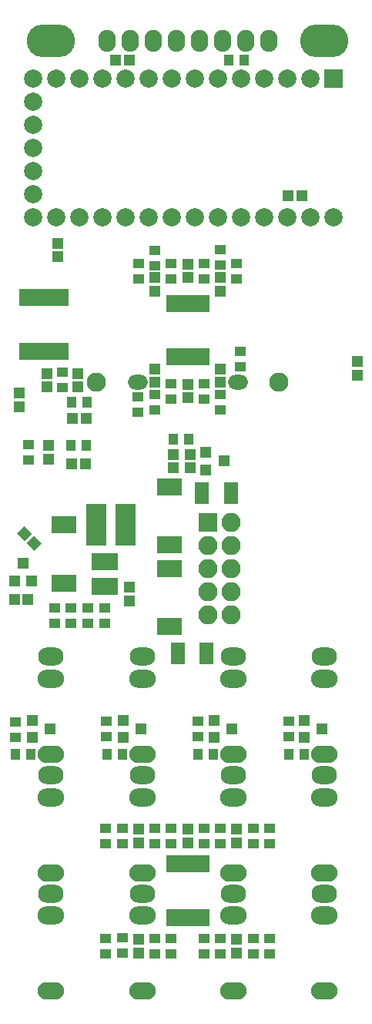
<source format=gbr>
G04 #@! TF.FileFunction,Soldermask,Bot*
%FSLAX46Y46*%
G04 Gerber Fmt 4.6, Leading zero omitted, Abs format (unit mm)*
G04 Created by KiCad (PCBNEW 4.0.6) date 2018 February 05, Monday 13:52:32*
%MOMM*%
%LPD*%
G01*
G04 APERTURE LIST*
%ADD10C,0.100000*%
%ADD11R,0.850000X1.850000*%
%ADD12R,2.100000X2.100000*%
%ADD13O,2.100000X2.100000*%
%ADD14R,2.800000X1.900000*%
%ADD15C,2.000000*%
%ADD16R,2.000000X2.000000*%
%ADD17R,1.100000X1.300000*%
%ADD18R,1.200000X1.150000*%
%ADD19R,1.150000X1.200000*%
%ADD20R,1.200000X1.300000*%
%ADD21R,1.050000X1.960000*%
%ADD22C,2.120000*%
%ADD23O,2.220000X1.620000*%
%ADD24R,1.300000X1.100000*%
%ADD25R,2.200000X4.600000*%
%ADD26R,1.600000X2.400000*%
%ADD27R,1.300000X1.200000*%
%ADD28O,2.900000X1.900000*%
%ADD29O,2.900000X2.000000*%
%ADD30O,2.800000X2.000000*%
%ADD31R,0.850000X1.900000*%
%ADD32O,1.924000X2.400000*%
%ADD33O,5.300000X3.600000*%
G04 APERTURE END LIST*
D10*
D11*
X21950000Y-37250000D03*
X21300000Y-37250000D03*
X20650000Y-37250000D03*
X20000000Y-37250000D03*
X19350000Y-37250000D03*
X18700000Y-37250000D03*
X18050000Y-37250000D03*
X18050000Y-31350000D03*
X18700000Y-31350000D03*
X19350000Y-31350000D03*
X20000000Y-31350000D03*
X20650000Y-31350000D03*
X21300000Y-31350000D03*
X21950000Y-31350000D03*
D12*
X22230000Y-55420000D03*
D13*
X24770000Y-55420000D03*
X22230000Y-57960000D03*
X24770000Y-57960000D03*
X22230000Y-60500000D03*
X24770000Y-60500000D03*
X22230000Y-63040000D03*
X24770000Y-63040000D03*
X22230000Y-65580000D03*
X24770000Y-65580000D03*
D14*
X18000000Y-66900000D03*
X18000000Y-60500000D03*
D15*
X2990000Y-14300000D03*
X2990000Y-16840000D03*
X2990000Y-19380000D03*
X2990000Y-21920000D03*
X2990000Y-11760000D03*
X2990000Y-9220000D03*
X2990000Y-6680000D03*
X5530000Y-21920000D03*
X8070000Y-21920000D03*
X10610000Y-21920000D03*
X13150000Y-21920000D03*
X15690000Y-21920000D03*
X18230000Y-21920000D03*
X20770000Y-21920000D03*
X23310000Y-21920000D03*
X25850000Y-21920000D03*
X28390000Y-21920000D03*
X30930000Y-21920000D03*
X33470000Y-21920000D03*
X36010000Y-21920000D03*
X5530000Y-6680000D03*
X8070000Y-6680000D03*
X10610000Y-6680000D03*
X13150000Y-6680000D03*
X15690000Y-6680000D03*
X18230000Y-6680000D03*
X20770000Y-6680000D03*
X23310000Y-6680000D03*
X25850000Y-6680000D03*
X28390000Y-6680000D03*
X30930000Y-6680000D03*
X33470000Y-6680000D03*
D16*
X36010000Y-6680000D03*
D17*
X26250000Y-4600000D03*
X24550000Y-4600000D03*
D18*
X32550000Y-19500000D03*
X31050000Y-19500000D03*
D19*
X4500000Y-40550000D03*
X4500000Y-39050000D03*
X5700000Y-24750000D03*
X5700000Y-26250000D03*
D20*
X2850000Y-61900000D03*
X950000Y-61900000D03*
X1900000Y-59900000D03*
D21*
X9950000Y-59750000D03*
X10900000Y-59750000D03*
X11850000Y-59750000D03*
X11850000Y-62450000D03*
X9950000Y-62450000D03*
X10900000Y-62450000D03*
D22*
X30000000Y-40000000D03*
D23*
X25500000Y-40000000D03*
D22*
X10000000Y-40000000D03*
D23*
X14500000Y-40000000D03*
D24*
X5400000Y-66550000D03*
X5400000Y-64850000D03*
X7200000Y-64850000D03*
X7200000Y-66550000D03*
X9000000Y-66550000D03*
X9000000Y-64850000D03*
X10900000Y-66550000D03*
X10900000Y-64850000D03*
D18*
X2450000Y-63900000D03*
X950000Y-63900000D03*
D10*
G36*
X1238820Y-56651992D02*
X2051992Y-55838820D01*
X2900520Y-56687348D01*
X2087348Y-57500520D01*
X1238820Y-56651992D01*
X1238820Y-56651992D01*
G37*
G36*
X2299480Y-57712652D02*
X3112652Y-56899480D01*
X3961180Y-57748008D01*
X3148008Y-58561180D01*
X2299480Y-57712652D01*
X2299480Y-57712652D01*
G37*
D19*
X13600000Y-64050000D03*
X13600000Y-62550000D03*
D14*
X6400000Y-55700000D03*
X6400000Y-62100000D03*
X18000000Y-57900000D03*
X18000000Y-51500000D03*
D25*
X10000000Y-55700000D03*
X13200000Y-55700000D03*
D26*
X18900000Y-69800000D03*
X22100000Y-69800000D03*
X24800000Y-52200000D03*
X21600000Y-52200000D03*
D19*
X18400000Y-49450000D03*
X18400000Y-47950000D03*
X4750000Y-48500000D03*
X4750000Y-47000000D03*
D18*
X7250000Y-49000000D03*
X8750000Y-49000000D03*
D19*
X7900000Y-40550000D03*
X7900000Y-39050000D03*
X20300000Y-49450000D03*
X20300000Y-47950000D03*
D18*
X8850000Y-44000000D03*
X7350000Y-44000000D03*
D19*
X1500000Y-41250000D03*
X1500000Y-42750000D03*
X38700000Y-39250000D03*
X38700000Y-37750000D03*
X14600000Y-89150000D03*
X14600000Y-90650000D03*
X25400000Y-89150000D03*
X25400000Y-90650000D03*
X25400000Y-102750000D03*
X25400000Y-101250000D03*
X14600000Y-102750000D03*
X14600000Y-101250000D03*
X23600000Y-38550000D03*
X23600000Y-40050000D03*
X16400000Y-38550000D03*
X16400000Y-40050000D03*
X16400000Y-30050000D03*
X16400000Y-28550000D03*
X23600000Y-30050000D03*
X23600000Y-28550000D03*
D27*
X22000000Y-49650000D03*
X22000000Y-47750000D03*
X24000000Y-48700000D03*
X2900000Y-79050000D03*
X2900000Y-77150000D03*
X4900000Y-78100000D03*
X12900000Y-79050000D03*
X12900000Y-77150000D03*
X14900000Y-78100000D03*
X22900000Y-79050000D03*
X22900000Y-77150000D03*
X24900000Y-78100000D03*
X32800000Y-79050000D03*
X32800000Y-77150000D03*
X34800000Y-78100000D03*
D17*
X20150000Y-46300000D03*
X18450000Y-46300000D03*
D24*
X2500000Y-46900000D03*
X2500000Y-48600000D03*
D17*
X8850000Y-47000000D03*
X7150000Y-47000000D03*
D24*
X6200000Y-40650000D03*
X6200000Y-38950000D03*
D17*
X8950000Y-42200000D03*
X7250000Y-42200000D03*
D24*
X18200000Y-89050000D03*
X18200000Y-90750000D03*
X16400000Y-89050000D03*
X16400000Y-90750000D03*
X21800000Y-89050000D03*
X21800000Y-90750000D03*
X23600000Y-89050000D03*
X23600000Y-90750000D03*
X23600000Y-102850000D03*
X23600000Y-101150000D03*
X21800000Y-102850000D03*
X21800000Y-101150000D03*
X16400000Y-102850000D03*
X16400000Y-101150000D03*
X18200000Y-102850000D03*
X18200000Y-101150000D03*
X12800000Y-90750000D03*
X12800000Y-89050000D03*
X27200000Y-90750000D03*
X27200000Y-89050000D03*
X27200000Y-101150000D03*
X27200000Y-102850000D03*
X12800000Y-101050000D03*
X12800000Y-102750000D03*
D17*
X1050000Y-80900000D03*
X2750000Y-80900000D03*
X11150000Y-80900000D03*
X12850000Y-80900000D03*
D24*
X11000000Y-89050000D03*
X11000000Y-90750000D03*
X29000000Y-89050000D03*
X29000000Y-90750000D03*
X29000000Y-102850000D03*
X29000000Y-101150000D03*
X11000000Y-102850000D03*
X11000000Y-101150000D03*
X1100000Y-77350000D03*
X1100000Y-79050000D03*
X11100000Y-77250000D03*
X11100000Y-78950000D03*
X21800000Y-41850000D03*
X21800000Y-40150000D03*
X18200000Y-41850000D03*
X18200000Y-40150000D03*
X18200000Y-26950000D03*
X18200000Y-28650000D03*
X21800000Y-26950000D03*
X21800000Y-28650000D03*
D17*
X21150000Y-80900000D03*
X22850000Y-80900000D03*
X31150000Y-80900000D03*
X32850000Y-80900000D03*
D24*
X23600000Y-41350000D03*
X23600000Y-43050000D03*
X16400000Y-41350000D03*
X16400000Y-43050000D03*
X16400000Y-27250000D03*
X16400000Y-25550000D03*
X23600000Y-27150000D03*
X23600000Y-25450000D03*
X21100000Y-77250000D03*
X21100000Y-78950000D03*
X31100000Y-77250000D03*
X31100000Y-78950000D03*
X25750000Y-36650000D03*
X25750000Y-38350000D03*
X14500000Y-41650000D03*
X14500000Y-43350000D03*
X14600000Y-28650000D03*
X14600000Y-26950000D03*
X25400000Y-28650000D03*
X25400000Y-26950000D03*
D28*
X5000000Y-80920000D03*
D29*
X5000000Y-72620000D03*
D30*
X5000000Y-70200000D03*
D28*
X15000000Y-80920000D03*
D29*
X15000000Y-72620000D03*
D30*
X15000000Y-70200000D03*
D28*
X25000000Y-80920000D03*
D29*
X25000000Y-72620000D03*
D30*
X25000000Y-70200000D03*
D28*
X35000000Y-80920000D03*
D29*
X35000000Y-72620000D03*
D30*
X35000000Y-70200000D03*
D11*
X18050000Y-92950000D03*
X18700000Y-92950000D03*
X19350000Y-92950000D03*
X20000000Y-92950000D03*
X20650000Y-92950000D03*
X21300000Y-92950000D03*
X21950000Y-92950000D03*
X21950000Y-98850000D03*
X21300000Y-98850000D03*
X20650000Y-98850000D03*
X20000000Y-98850000D03*
X19350000Y-98850000D03*
X18700000Y-98850000D03*
X18050000Y-98850000D03*
D28*
X5000000Y-93920000D03*
D29*
X5000000Y-85620000D03*
D30*
X5000000Y-83200000D03*
D28*
X15000000Y-93920000D03*
D29*
X15000000Y-85620000D03*
D30*
X15000000Y-83200000D03*
D28*
X25000000Y-93920000D03*
D29*
X25000000Y-85620000D03*
D30*
X25000000Y-83200000D03*
D28*
X35000000Y-93920000D03*
D29*
X35000000Y-85620000D03*
D30*
X35000000Y-83200000D03*
D28*
X5000000Y-106920000D03*
D29*
X5000000Y-98620000D03*
D30*
X5000000Y-96200000D03*
D28*
X15000000Y-106920000D03*
D29*
X15000000Y-98620000D03*
D30*
X15000000Y-96200000D03*
D28*
X25000000Y-106920000D03*
D29*
X25000000Y-98620000D03*
D30*
X25000000Y-96200000D03*
D28*
X35000000Y-106920000D03*
D29*
X35000000Y-98620000D03*
D30*
X35000000Y-96200000D03*
D19*
X20000000Y-89150000D03*
X20000000Y-90650000D03*
X20000000Y-41750000D03*
X20000000Y-40250000D03*
X20000000Y-28550000D03*
X20000000Y-27050000D03*
D31*
X6450000Y-36625000D03*
X5800000Y-36625000D03*
X5150000Y-36625000D03*
X4500000Y-36625000D03*
X3850000Y-36625000D03*
X3200000Y-36625000D03*
X2550000Y-36625000D03*
X1900000Y-36625000D03*
X1900000Y-30725000D03*
X2550000Y-30725000D03*
X3200000Y-30725000D03*
X3850000Y-30725000D03*
X4500000Y-30725000D03*
X5150000Y-30725000D03*
X5800000Y-30725000D03*
X6450000Y-30725000D03*
D18*
X12100000Y-4600000D03*
X13600000Y-4600000D03*
D32*
X11110000Y-2500000D03*
D33*
X35000000Y-2500000D03*
X5000000Y-2500000D03*
D32*
X13650000Y-2500000D03*
X16190000Y-2500000D03*
X18730000Y-2500000D03*
X21270000Y-2500000D03*
X23810000Y-2500000D03*
X26350000Y-2500000D03*
X28890000Y-2500000D03*
M02*

</source>
